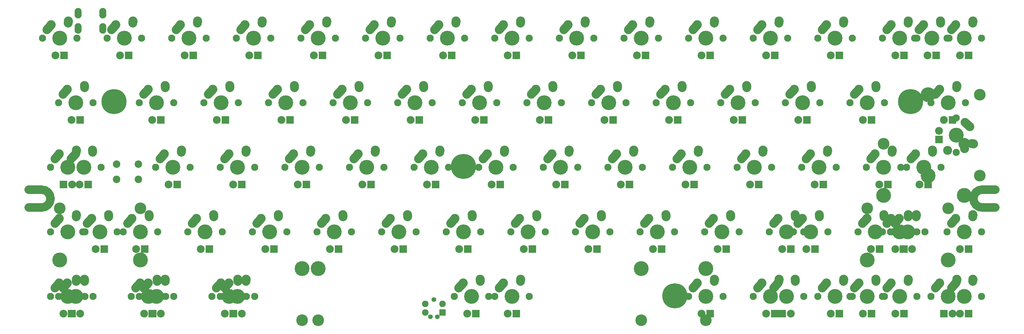
<source format=gts>
%TF.GenerationSoftware,KiCad,Pcbnew,4.0.7*%
%TF.CreationDate,2018-01-29T01:29:02-08:00*%
%TF.ProjectId,VoyagerII,566F796167657249492E6B696361645F,rev?*%
%TF.FileFunction,Soldermask,Top*%
%FSLAX46Y46*%
G04 Gerber Fmt 4.6, Leading zero omitted, Abs format (unit mm)*
G04 Created by KiCad (PCBNEW 4.0.7) date 01/29/18 01:29:02*
%MOMM*%
%LPD*%
G01*
G04 APERTURE LIST*
%ADD10C,0.100000*%
%ADD11C,2.501900*%
%ADD12C,7.401300*%
%ADD13C,7.400240*%
%ADD14C,2.200000*%
%ADD15O,2.100000X3.100000*%
%ADD16C,1.388060*%
%ADD17C,1.385520*%
%ADD18C,1.924000*%
%ADD19R,1.924000X1.924000*%
%ADD20C,2.650000*%
%ADD21C,2.650000*%
%ADD22C,4.387800*%
%ADD23C,2.101800*%
%ADD24C,3.448000*%
%ADD25C,2.305000*%
%ADD26R,2.305000X2.305000*%
G04 APERTURE END LIST*
D10*
D11*
X329200000Y-101799050D02*
X333000000Y-101799050D01*
X326549050Y-104450000D02*
G75*
G02X329200000Y-101799050I2650950J0D01*
G01*
X329200000Y-107100950D02*
G75*
G02X326549050Y-104450000I0J2650950D01*
G01*
X329200000Y-107100950D02*
X333050000Y-107100950D01*
X48000000Y-101799050D02*
X51800000Y-101799050D01*
X54450950Y-104450000D02*
G75*
G03X51800000Y-101799050I-2650950J0D01*
G01*
X51800000Y-107100950D02*
G75*
G03X54450950Y-104450000I0J2650950D01*
G01*
X48000000Y-107100950D02*
X51800000Y-107100950D01*
D12*
X73200000Y-75850000D03*
D13*
X176200000Y-94950000D03*
X238500000Y-133150000D03*
X308050000Y-75850000D03*
D14*
X73900000Y-94270000D03*
X80400000Y-98770000D03*
X73900000Y-98770000D03*
X80400000Y-94270000D03*
D15*
X62550000Y-54252250D03*
X69850000Y-54252250D03*
X69850000Y-49752250D03*
X62550000Y-49752250D03*
D16*
X167513000Y-134239000D03*
D17*
X166497000Y-139319000D03*
X168529000Y-139319000D03*
D18*
X170053000Y-135509000D03*
X164973000Y-135509000D03*
D19*
X170053000Y-138049000D03*
D18*
X164973000Y-138049000D03*
D20*
X250150000Y-52650000D02*
X250190000Y-52070000D01*
D21*
X250190000Y-52070000D03*
D20*
X243840000Y-54610000D02*
X245150000Y-53150000D01*
D22*
X247650000Y-57150000D03*
D21*
X245150000Y-53150000D03*
D23*
X242570000Y-57150000D03*
X252730000Y-57150000D03*
D20*
X78700000Y-52650000D02*
X78740000Y-52070000D01*
D21*
X78740000Y-52070000D03*
D20*
X72390000Y-54610000D02*
X73700000Y-53150000D01*
D22*
X76200000Y-57150000D03*
D21*
X73700000Y-53150000D03*
D23*
X71120000Y-57150000D03*
X81280000Y-57150000D03*
D20*
X97750000Y-52650000D02*
X97790000Y-52070000D01*
D21*
X97790000Y-52070000D03*
D20*
X91440000Y-54610000D02*
X92750000Y-53150000D01*
D22*
X95250000Y-57150000D03*
D21*
X92750000Y-53150000D03*
D23*
X90170000Y-57150000D03*
X100330000Y-57150000D03*
D20*
X116800000Y-52650000D02*
X116840000Y-52070000D01*
D21*
X116840000Y-52070000D03*
D20*
X110490000Y-54610000D02*
X111800000Y-53150000D01*
D22*
X114300000Y-57150000D03*
D21*
X111800000Y-53150000D03*
D23*
X109220000Y-57150000D03*
X119380000Y-57150000D03*
D20*
X135850000Y-52650000D02*
X135890000Y-52070000D01*
D21*
X135890000Y-52070000D03*
D20*
X129540000Y-54610000D02*
X130850000Y-53150000D01*
D22*
X133350000Y-57150000D03*
D21*
X130850000Y-53150000D03*
D23*
X128270000Y-57150000D03*
X138430000Y-57150000D03*
D20*
X154900000Y-52650000D02*
X154940000Y-52070000D01*
D21*
X154940000Y-52070000D03*
D20*
X148590000Y-54610000D02*
X149900000Y-53150000D01*
D22*
X152400000Y-57150000D03*
D21*
X149900000Y-53150000D03*
D23*
X147320000Y-57150000D03*
X157480000Y-57150000D03*
D20*
X173950000Y-52650000D02*
X173990000Y-52070000D01*
D21*
X173990000Y-52070000D03*
D20*
X167640000Y-54610000D02*
X168950000Y-53150000D01*
D22*
X171450000Y-57150000D03*
D21*
X168950000Y-53150000D03*
D23*
X166370000Y-57150000D03*
X176530000Y-57150000D03*
D20*
X193000000Y-52650000D02*
X193040000Y-52070000D01*
D21*
X193040000Y-52070000D03*
D20*
X186690000Y-54610000D02*
X188000000Y-53150000D01*
D22*
X190500000Y-57150000D03*
D21*
X188000000Y-53150000D03*
D23*
X185420000Y-57150000D03*
X195580000Y-57150000D03*
D20*
X212050000Y-52650000D02*
X212090000Y-52070000D01*
D21*
X212090000Y-52070000D03*
D20*
X205740000Y-54610000D02*
X207050000Y-53150000D01*
D22*
X209550000Y-57150000D03*
D21*
X207050000Y-53150000D03*
D23*
X204470000Y-57150000D03*
X214630000Y-57150000D03*
D20*
X231100000Y-52650000D02*
X231140000Y-52070000D01*
D21*
X231140000Y-52070000D03*
D20*
X224790000Y-54610000D02*
X226100000Y-53150000D01*
D22*
X228600000Y-57150000D03*
D21*
X226100000Y-53150000D03*
D23*
X223520000Y-57150000D03*
X233680000Y-57150000D03*
D20*
X283487500Y-90750000D02*
X283527500Y-90170000D01*
D21*
X283527500Y-90170000D03*
D20*
X277177500Y-92710000D02*
X278487500Y-91250000D01*
D22*
X280987500Y-95250000D03*
D21*
X278487500Y-91250000D03*
D23*
X275907500Y-95250000D03*
X286067500Y-95250000D03*
D20*
X235862500Y-109800000D02*
X235902500Y-109220000D01*
D21*
X235902500Y-109220000D03*
D20*
X229552500Y-111760000D02*
X230862500Y-110300000D01*
D22*
X233362500Y-114300000D03*
D21*
X230862500Y-110300000D03*
D23*
X228282500Y-114300000D03*
X238442500Y-114300000D03*
D20*
X269200000Y-52650000D02*
X269240000Y-52070000D01*
D21*
X269240000Y-52070000D03*
D20*
X262890000Y-54610000D02*
X264200000Y-53150000D01*
D22*
X266700000Y-57150000D03*
D21*
X264200000Y-53150000D03*
D23*
X261620000Y-57150000D03*
X271780000Y-57150000D03*
D20*
X254912500Y-109800000D02*
X254952500Y-109220000D01*
D21*
X254952500Y-109220000D03*
D20*
X248602500Y-111760000D02*
X249912500Y-110300000D01*
D22*
X252412500Y-114300000D03*
D21*
X249912500Y-110300000D03*
D23*
X247332500Y-114300000D03*
X257492500Y-114300000D03*
D20*
X264437500Y-90750000D02*
X264477500Y-90170000D01*
D21*
X264477500Y-90170000D03*
D20*
X258127500Y-92710000D02*
X259437500Y-91250000D01*
D22*
X261937500Y-95250000D03*
D21*
X259437500Y-91250000D03*
D23*
X256857500Y-95250000D03*
X267017500Y-95250000D03*
D20*
X288250000Y-52650000D02*
X288290000Y-52070000D01*
D21*
X288290000Y-52070000D03*
D20*
X281940000Y-54610000D02*
X283250000Y-53150000D01*
D22*
X285750000Y-57150000D03*
D21*
X283250000Y-53150000D03*
D23*
X280670000Y-57150000D03*
X290830000Y-57150000D03*
D20*
X92987500Y-90750000D02*
X93027500Y-90170000D01*
D21*
X93027500Y-90170000D03*
D20*
X86677500Y-92710000D02*
X87987500Y-91250000D01*
D22*
X90487500Y-95250000D03*
D21*
X87987500Y-91250000D03*
D23*
X85407500Y-95250000D03*
X95567500Y-95250000D03*
D20*
X178712500Y-109800000D02*
X178752500Y-109220000D01*
D21*
X178752500Y-109220000D03*
D20*
X172402500Y-111760000D02*
X173712500Y-110300000D01*
D22*
X176212500Y-114300000D03*
D21*
X173712500Y-110300000D03*
D23*
X171132500Y-114300000D03*
X181292500Y-114300000D03*
D20*
X316825000Y-52650000D02*
X316865000Y-52070000D01*
D21*
X316865000Y-52070000D03*
D20*
X310515000Y-54610000D02*
X311825000Y-53150000D01*
D22*
X314325000Y-57150000D03*
D21*
X311825000Y-53150000D03*
D23*
X309245000Y-57150000D03*
X319405000Y-57150000D03*
D20*
X326350000Y-52650000D02*
X326390000Y-52070000D01*
D21*
X326390000Y-52070000D03*
D20*
X320040000Y-54610000D02*
X321350000Y-53150000D01*
D22*
X323850000Y-57150000D03*
D21*
X321350000Y-53150000D03*
D23*
X318770000Y-57150000D03*
X328930000Y-57150000D03*
D20*
X140612500Y-109800000D02*
X140652500Y-109220000D01*
D21*
X140652500Y-109220000D03*
D20*
X134302500Y-111760000D02*
X135612500Y-110300000D01*
D22*
X138112500Y-114300000D03*
D21*
X135612500Y-110300000D03*
D23*
X133032500Y-114300000D03*
X143192500Y-114300000D03*
D20*
X66793750Y-90750000D02*
X66833750Y-90170000D01*
D21*
X66833750Y-90170000D03*
D20*
X60483750Y-92710000D02*
X61793750Y-91250000D01*
D22*
X64293750Y-95250000D03*
D21*
X61793750Y-91250000D03*
D23*
X59213750Y-95250000D03*
X69373750Y-95250000D03*
D20*
X62031250Y-90750000D02*
X62071250Y-90170000D01*
D21*
X62071250Y-90170000D03*
D20*
X55721250Y-92710000D02*
X57031250Y-91250000D01*
D22*
X59531250Y-95250000D03*
D21*
X57031250Y-91250000D03*
D23*
X54451250Y-95250000D03*
X64611250Y-95250000D03*
D20*
X131087500Y-90750000D02*
X131127500Y-90170000D01*
D21*
X131127500Y-90170000D03*
D20*
X124777500Y-92710000D02*
X126087500Y-91250000D01*
D22*
X128587500Y-95250000D03*
D21*
X126087500Y-91250000D03*
D23*
X123507500Y-95250000D03*
X133667500Y-95250000D03*
D20*
X307300000Y-52650000D02*
X307340000Y-52070000D01*
D21*
X307340000Y-52070000D03*
D20*
X300990000Y-54610000D02*
X302300000Y-53150000D01*
D22*
X304800000Y-57150000D03*
D21*
X302300000Y-53150000D03*
D23*
X299720000Y-57150000D03*
X309880000Y-57150000D03*
D20*
X126325000Y-71700000D02*
X126365000Y-71120000D01*
D21*
X126365000Y-71120000D03*
D20*
X120015000Y-73660000D02*
X121325000Y-72200000D01*
D22*
X123825000Y-76200000D03*
D21*
X121325000Y-72200000D03*
D23*
X118745000Y-76200000D03*
X128905000Y-76200000D03*
D20*
X314443750Y-90750000D02*
X314483750Y-90170000D01*
D21*
X314483750Y-90170000D03*
D20*
X308133750Y-92710000D02*
X309443750Y-91250000D01*
D22*
X311943750Y-95250000D03*
D21*
X309443750Y-91250000D03*
D23*
X306863750Y-95250000D03*
X317023750Y-95250000D03*
D24*
X300037500Y-88265000D03*
X323850000Y-88265000D03*
D22*
X300037500Y-103505000D03*
X323850000Y-103505000D03*
D20*
X325968750Y-88225000D02*
X326548750Y-88264998D01*
D21*
X326548750Y-88265000D03*
D20*
X324008750Y-81915000D02*
X325468758Y-83224990D01*
D22*
X321468750Y-85725000D03*
D21*
X325468750Y-83225000D03*
D23*
X321468750Y-80645000D03*
X321468750Y-90805000D03*
D21*
X323968750Y-89725000D03*
X318968750Y-90225000D03*
D24*
X328453750Y-97631250D03*
X328453750Y-73818750D03*
D22*
X313213750Y-97631250D03*
X313213750Y-73818750D03*
D20*
X59650000Y-52650000D02*
X59690000Y-52070000D01*
D21*
X59690000Y-52070000D03*
D20*
X53340000Y-54610000D02*
X54650000Y-53150000D01*
D22*
X57150000Y-57150000D03*
D21*
X54650000Y-53150000D03*
D23*
X52070000Y-57150000D03*
X62230000Y-57150000D03*
D20*
X150137500Y-90750000D02*
X150177500Y-90170000D01*
D21*
X150177500Y-90170000D03*
D20*
X143827500Y-92710000D02*
X145137500Y-91250000D01*
D22*
X147637500Y-95250000D03*
D21*
X145137500Y-91250000D03*
D23*
X142557500Y-95250000D03*
X152717500Y-95250000D03*
D20*
X169187500Y-90750000D02*
X169227500Y-90170000D01*
D21*
X169227500Y-90170000D03*
D20*
X162877500Y-92710000D02*
X164187500Y-91250000D01*
D22*
X166687500Y-95250000D03*
D21*
X164187500Y-91250000D03*
D23*
X161607500Y-95250000D03*
X171767500Y-95250000D03*
D20*
X188237500Y-90750000D02*
X188277500Y-90170000D01*
D21*
X188277500Y-90170000D03*
D20*
X181927500Y-92710000D02*
X183237500Y-91250000D01*
D22*
X185737500Y-95250000D03*
D21*
X183237500Y-91250000D03*
D23*
X180657500Y-95250000D03*
X190817500Y-95250000D03*
D20*
X221575000Y-71700000D02*
X221615000Y-71120000D01*
D21*
X221615000Y-71120000D03*
D20*
X215265000Y-73660000D02*
X216575000Y-72200000D01*
D22*
X219075000Y-76200000D03*
D21*
X216575000Y-72200000D03*
D23*
X213995000Y-76200000D03*
X224155000Y-76200000D03*
D20*
X83462500Y-109800000D02*
X83502500Y-109220000D01*
D21*
X83502500Y-109220000D03*
D20*
X77152500Y-111760000D02*
X78462500Y-110300000D01*
D22*
X80962500Y-114300000D03*
D21*
X78462500Y-110300000D03*
D23*
X75882500Y-114300000D03*
X86042500Y-114300000D03*
D20*
X302537500Y-90750000D02*
X302577500Y-90170000D01*
D21*
X302577500Y-90170000D03*
D20*
X296227500Y-92710000D02*
X297537500Y-91250000D01*
D22*
X300037500Y-95250000D03*
D21*
X297537500Y-91250000D03*
D23*
X294957500Y-95250000D03*
X305117500Y-95250000D03*
D20*
X207287500Y-90750000D02*
X207327500Y-90170000D01*
D21*
X207327500Y-90170000D03*
D20*
X200977500Y-92710000D02*
X202287500Y-91250000D01*
D22*
X204787500Y-95250000D03*
D21*
X202287500Y-91250000D03*
D23*
X199707500Y-95250000D03*
X209867500Y-95250000D03*
D20*
X226337500Y-90750000D02*
X226377500Y-90170000D01*
D21*
X226377500Y-90170000D03*
D20*
X220027500Y-92710000D02*
X221337500Y-91250000D01*
D22*
X223837500Y-95250000D03*
D21*
X221337500Y-91250000D03*
D23*
X218757500Y-95250000D03*
X228917500Y-95250000D03*
D20*
X245387500Y-90750000D02*
X245427500Y-90170000D01*
D21*
X245427500Y-90170000D03*
D20*
X239077500Y-92710000D02*
X240387500Y-91250000D01*
D22*
X242887500Y-95250000D03*
D21*
X240387500Y-91250000D03*
D23*
X237807500Y-95250000D03*
X247967500Y-95250000D03*
D20*
X216812500Y-109800000D02*
X216852500Y-109220000D01*
D21*
X216852500Y-109220000D03*
D20*
X210502500Y-111760000D02*
X211812500Y-110300000D01*
D22*
X214312500Y-114300000D03*
D21*
X211812500Y-110300000D03*
D23*
X209232500Y-114300000D03*
X219392500Y-114300000D03*
D20*
X197762500Y-109800000D02*
X197802500Y-109220000D01*
D21*
X197802500Y-109220000D03*
D20*
X191452500Y-111760000D02*
X192762500Y-110300000D01*
D22*
X195262500Y-114300000D03*
D21*
X192762500Y-110300000D03*
D23*
X190182500Y-114300000D03*
X200342500Y-114300000D03*
D20*
X240625000Y-71700000D02*
X240665000Y-71120000D01*
D21*
X240665000Y-71120000D03*
D20*
X234315000Y-73660000D02*
X235625000Y-72200000D01*
D22*
X238125000Y-76200000D03*
D21*
X235625000Y-72200000D03*
D23*
X233045000Y-76200000D03*
X243205000Y-76200000D03*
D20*
X259675000Y-71700000D02*
X259715000Y-71120000D01*
D21*
X259715000Y-71120000D03*
D20*
X253365000Y-73660000D02*
X254675000Y-72200000D01*
D22*
X257175000Y-76200000D03*
D21*
X254675000Y-72200000D03*
D23*
X252095000Y-76200000D03*
X262255000Y-76200000D03*
D20*
X88225000Y-71700000D02*
X88265000Y-71120000D01*
D21*
X88265000Y-71120000D03*
D20*
X81915000Y-73660000D02*
X83225000Y-72200000D01*
D22*
X85725000Y-76200000D03*
D21*
X83225000Y-72200000D03*
D23*
X80645000Y-76200000D03*
X90805000Y-76200000D03*
D20*
X145375000Y-71700000D02*
X145415000Y-71120000D01*
D21*
X145415000Y-71120000D03*
D20*
X139065000Y-73660000D02*
X140375000Y-72200000D01*
D22*
X142875000Y-76200000D03*
D21*
X140375000Y-72200000D03*
D23*
X137795000Y-76200000D03*
X147955000Y-76200000D03*
D20*
X112037500Y-90750000D02*
X112077500Y-90170000D01*
D21*
X112077500Y-90170000D03*
D20*
X105727500Y-92710000D02*
X107037500Y-91250000D01*
D22*
X109537500Y-95250000D03*
D21*
X107037500Y-91250000D03*
D23*
X104457500Y-95250000D03*
X114617500Y-95250000D03*
D20*
X71556250Y-109800000D02*
X71596250Y-109220000D01*
D21*
X71596250Y-109220000D03*
D20*
X65246250Y-111760000D02*
X66556250Y-110300000D01*
D22*
X69056250Y-114300000D03*
D21*
X66556250Y-110300000D03*
D23*
X63976250Y-114300000D03*
X74136250Y-114300000D03*
D24*
X57150000Y-107315000D03*
X80962500Y-107315000D03*
D22*
X57150000Y-122555000D03*
X80962500Y-122555000D03*
D20*
X62031250Y-109800000D02*
X62071250Y-109220000D01*
D21*
X62071250Y-109220000D03*
D20*
X55721250Y-111760000D02*
X57031250Y-110300000D01*
D22*
X59531250Y-114300000D03*
D21*
X57031250Y-110300000D03*
D23*
X54451250Y-114300000D03*
X64611250Y-114300000D03*
D20*
X164425000Y-71700000D02*
X164465000Y-71120000D01*
D21*
X164465000Y-71120000D03*
D20*
X158115000Y-73660000D02*
X159425000Y-72200000D01*
D22*
X161925000Y-76200000D03*
D21*
X159425000Y-72200000D03*
D23*
X156845000Y-76200000D03*
X167005000Y-76200000D03*
D20*
X64412500Y-71700000D02*
X64452500Y-71120000D01*
D21*
X64452500Y-71120000D03*
D20*
X58102500Y-73660000D02*
X59412500Y-72200000D01*
D22*
X61912500Y-76200000D03*
D21*
X59412500Y-72200000D03*
D23*
X56832500Y-76200000D03*
X66992500Y-76200000D03*
D20*
X202525000Y-71700000D02*
X202565000Y-71120000D01*
D21*
X202565000Y-71120000D03*
D20*
X196215000Y-73660000D02*
X197525000Y-72200000D01*
D22*
X200025000Y-76200000D03*
D21*
X197525000Y-72200000D03*
D23*
X194945000Y-76200000D03*
X205105000Y-76200000D03*
D20*
X159662500Y-109800000D02*
X159702500Y-109220000D01*
D21*
X159702500Y-109220000D03*
D20*
X153352500Y-111760000D02*
X154662500Y-110300000D01*
D22*
X157162500Y-114300000D03*
D21*
X154662500Y-110300000D03*
D23*
X152082500Y-114300000D03*
X162242500Y-114300000D03*
D20*
X107275000Y-71700000D02*
X107315000Y-71120000D01*
D21*
X107315000Y-71120000D03*
D20*
X100965000Y-73660000D02*
X102275000Y-72200000D01*
D22*
X104775000Y-76200000D03*
D21*
X102275000Y-72200000D03*
D23*
X99695000Y-76200000D03*
X109855000Y-76200000D03*
D20*
X121562500Y-109800000D02*
X121602500Y-109220000D01*
D21*
X121602500Y-109220000D03*
D20*
X115252500Y-111760000D02*
X116562500Y-110300000D01*
D22*
X119062500Y-114300000D03*
D21*
X116562500Y-110300000D03*
D23*
X113982500Y-114300000D03*
X124142500Y-114300000D03*
D20*
X183475000Y-71700000D02*
X183515000Y-71120000D01*
D21*
X183515000Y-71120000D03*
D20*
X177165000Y-73660000D02*
X178475000Y-72200000D01*
D22*
X180975000Y-76200000D03*
D21*
X178475000Y-72200000D03*
D23*
X175895000Y-76200000D03*
X186055000Y-76200000D03*
D20*
X102512500Y-109800000D02*
X102552500Y-109220000D01*
D21*
X102552500Y-109220000D03*
D20*
X96202500Y-111760000D02*
X97512500Y-110300000D01*
D22*
X100012500Y-114300000D03*
D21*
X97512500Y-110300000D03*
D23*
X94932500Y-114300000D03*
X105092500Y-114300000D03*
D20*
X278725000Y-71700000D02*
X278765000Y-71120000D01*
D21*
X278765000Y-71120000D03*
D20*
X272415000Y-73660000D02*
X273725000Y-72200000D01*
D22*
X276225000Y-76200000D03*
D21*
X273725000Y-72200000D03*
D23*
X271145000Y-76200000D03*
X281305000Y-76200000D03*
D20*
X321587500Y-71700000D02*
X321627500Y-71120000D01*
D21*
X321627500Y-71120000D03*
D20*
X315277500Y-73660000D02*
X316587500Y-72200000D01*
D22*
X319087500Y-76200000D03*
D21*
X316587500Y-72200000D03*
D23*
X314007500Y-76200000D03*
X324167500Y-76200000D03*
D20*
X297775000Y-71700000D02*
X297815000Y-71120000D01*
D21*
X297815000Y-71120000D03*
D20*
X291465000Y-73660000D02*
X292775000Y-72200000D01*
D22*
X295275000Y-76200000D03*
D21*
X292775000Y-72200000D03*
D23*
X290195000Y-76200000D03*
X300355000Y-76200000D03*
D20*
X62031250Y-128850000D02*
X62071250Y-128270000D01*
D21*
X62071250Y-128270000D03*
D20*
X55721250Y-130810000D02*
X57031250Y-129350000D01*
D22*
X59531250Y-133350000D03*
D21*
X57031250Y-129350000D03*
D23*
X54451250Y-133350000D03*
X64611250Y-133350000D03*
D20*
X64412500Y-128850000D02*
X64452500Y-128270000D01*
D21*
X64452500Y-128270000D03*
D20*
X58102500Y-130810000D02*
X59412500Y-129350000D01*
D22*
X61912500Y-133350000D03*
D21*
X59412500Y-129350000D03*
D23*
X56832500Y-133350000D03*
X66992500Y-133350000D03*
D20*
X85843750Y-128850000D02*
X85883750Y-128270000D01*
D21*
X85883750Y-128270000D03*
D20*
X79533750Y-130810000D02*
X80843750Y-129350000D01*
D22*
X83343750Y-133350000D03*
D21*
X80843750Y-129350000D03*
D23*
X78263750Y-133350000D03*
X88423750Y-133350000D03*
D20*
X88225000Y-128850000D02*
X88265000Y-128270000D01*
D21*
X88265000Y-128270000D03*
D20*
X81915000Y-130810000D02*
X83225000Y-129350000D01*
D22*
X85725000Y-133350000D03*
D21*
X83225000Y-129350000D03*
D23*
X80645000Y-133350000D03*
X90805000Y-133350000D03*
D20*
X109656250Y-128850000D02*
X109696250Y-128270000D01*
D21*
X109696250Y-128270000D03*
D20*
X103346250Y-130810000D02*
X104656250Y-129350000D01*
D22*
X107156250Y-133350000D03*
D21*
X104656250Y-129350000D03*
D23*
X102076250Y-133350000D03*
X112236250Y-133350000D03*
D20*
X112037500Y-128850000D02*
X112077500Y-128270000D01*
D21*
X112077500Y-128270000D03*
D20*
X105727500Y-130810000D02*
X107037500Y-129350000D01*
D22*
X109537500Y-133350000D03*
D21*
X107037500Y-129350000D03*
D23*
X104457500Y-133350000D03*
X114617500Y-133350000D03*
D20*
X250150000Y-128850000D02*
X250190000Y-128270000D01*
D21*
X250190000Y-128270000D03*
D20*
X243840000Y-130810000D02*
X245150000Y-129350000D01*
D22*
X247650000Y-133350000D03*
D21*
X245150000Y-129350000D03*
D23*
X242570000Y-133350000D03*
X252730000Y-133350000D03*
D20*
X269200000Y-128850000D02*
X269240000Y-128270000D01*
D21*
X269240000Y-128270000D03*
D20*
X262890000Y-130810000D02*
X264200000Y-129350000D01*
D22*
X266700000Y-133350000D03*
D21*
X264200000Y-129350000D03*
D23*
X261620000Y-133350000D03*
X271780000Y-133350000D03*
D20*
X273962500Y-128850000D02*
X274002500Y-128270000D01*
D21*
X274002500Y-128270000D03*
D20*
X267652500Y-130810000D02*
X268962500Y-129350000D01*
D22*
X271462500Y-133350000D03*
D21*
X268962500Y-129350000D03*
D23*
X266382500Y-133350000D03*
X276542500Y-133350000D03*
D20*
X288250000Y-128850000D02*
X288290000Y-128270000D01*
D21*
X288290000Y-128270000D03*
D20*
X281940000Y-130810000D02*
X283250000Y-129350000D01*
D22*
X285750000Y-133350000D03*
D21*
X283250000Y-129350000D03*
D23*
X280670000Y-133350000D03*
X290830000Y-133350000D03*
D20*
X297775000Y-128850000D02*
X297815000Y-128270000D01*
D21*
X297815000Y-128270000D03*
D20*
X291465000Y-130810000D02*
X292775000Y-129350000D01*
D22*
X295275000Y-133350000D03*
D21*
X292775000Y-129350000D03*
D23*
X290195000Y-133350000D03*
X300355000Y-133350000D03*
D20*
X307300000Y-128850000D02*
X307340000Y-128270000D01*
D21*
X307340000Y-128270000D03*
D20*
X300990000Y-130810000D02*
X302300000Y-129350000D01*
D22*
X304800000Y-133350000D03*
D21*
X302300000Y-129350000D03*
D23*
X299720000Y-133350000D03*
X309880000Y-133350000D03*
D20*
X321587500Y-128850000D02*
X321627500Y-128270000D01*
D21*
X321627500Y-128270000D03*
D20*
X315277500Y-130810000D02*
X316587500Y-129350000D01*
D22*
X319087500Y-133350000D03*
D21*
X316587500Y-129350000D03*
D23*
X314007500Y-133350000D03*
X324167500Y-133350000D03*
D20*
X326350000Y-128850000D02*
X326390000Y-128270000D01*
D21*
X326390000Y-128270000D03*
D20*
X320040000Y-130810000D02*
X321350000Y-129350000D01*
D22*
X323850000Y-133350000D03*
D21*
X321350000Y-129350000D03*
D23*
X318770000Y-133350000D03*
X328930000Y-133350000D03*
D20*
X273962500Y-109800000D02*
X274002500Y-109220000D01*
D21*
X274002500Y-109220000D03*
D20*
X267652500Y-111760000D02*
X268962500Y-110300000D01*
D22*
X271462500Y-114300000D03*
D21*
X268962500Y-110300000D03*
D23*
X266382500Y-114300000D03*
X276542500Y-114300000D03*
D20*
X309681250Y-109800000D02*
X309721250Y-109220000D01*
D21*
X309721250Y-109220000D03*
D20*
X303371250Y-111760000D02*
X304681250Y-110300000D01*
D22*
X307181250Y-114300000D03*
D21*
X304681250Y-110300000D03*
D23*
X302101250Y-114300000D03*
X312261250Y-114300000D03*
D24*
X295275000Y-107315000D03*
X319087500Y-107315000D03*
D22*
X295275000Y-122555000D03*
X319087500Y-122555000D03*
D20*
X281106250Y-109800000D02*
X281146250Y-109220000D01*
D21*
X281146250Y-109220000D03*
D20*
X274796250Y-111760000D02*
X276106250Y-110300000D01*
D22*
X278606250Y-114300000D03*
D21*
X276106250Y-110300000D03*
D23*
X273526250Y-114300000D03*
X283686250Y-114300000D03*
D20*
X300156250Y-109800000D02*
X300196250Y-109220000D01*
D21*
X300196250Y-109220000D03*
D20*
X293846250Y-111760000D02*
X295156250Y-110300000D01*
D22*
X297656250Y-114300000D03*
D21*
X295156250Y-110300000D03*
D23*
X292576250Y-114300000D03*
X302736250Y-114300000D03*
D20*
X307300000Y-109800000D02*
X307340000Y-109220000D01*
D21*
X307340000Y-109220000D03*
D20*
X300990000Y-111760000D02*
X302300000Y-110300000D01*
D22*
X304800000Y-114300000D03*
D21*
X302300000Y-110300000D03*
D23*
X299720000Y-114300000D03*
X309880000Y-114300000D03*
D20*
X326350000Y-109800000D02*
X326390000Y-109220000D01*
D21*
X326390000Y-109220000D03*
D20*
X320040000Y-111760000D02*
X321350000Y-110300000D01*
D22*
X323850000Y-114300000D03*
D21*
X321350000Y-110300000D03*
D23*
X318770000Y-114300000D03*
X328930000Y-114300000D03*
D20*
X181093750Y-128850000D02*
X181133750Y-128270000D01*
D21*
X181133750Y-128270000D03*
D20*
X174783750Y-130810000D02*
X176093750Y-129350000D01*
D22*
X178593750Y-133350000D03*
D21*
X176093750Y-129350000D03*
D23*
X173513750Y-133350000D03*
X183673750Y-133350000D03*
D24*
X128593850Y-140335000D03*
X228593650Y-140335000D03*
D22*
X128593850Y-125095000D03*
X228593650Y-125095000D03*
D20*
X193000000Y-128850000D02*
X193040000Y-128270000D01*
D21*
X193040000Y-128270000D03*
D20*
X186690000Y-130810000D02*
X188000000Y-129350000D01*
D22*
X190500000Y-133350000D03*
D21*
X188000000Y-129350000D03*
D23*
X185420000Y-133350000D03*
X195580000Y-133350000D03*
D24*
X133350000Y-140335000D03*
X247650000Y-140335000D03*
D22*
X133350000Y-125095000D03*
X247650000Y-125095000D03*
D25*
X55880000Y-62230000D03*
D26*
X58420000Y-62230000D03*
D25*
X74930000Y-62230000D03*
D26*
X77470000Y-62230000D03*
D25*
X93980000Y-62230000D03*
D26*
X96520000Y-62230000D03*
D25*
X113030000Y-62230000D03*
D26*
X115570000Y-62230000D03*
D25*
X132080000Y-62230000D03*
D26*
X134620000Y-62230000D03*
D25*
X151130000Y-62230000D03*
D26*
X153670000Y-62230000D03*
D25*
X170180000Y-62230000D03*
D26*
X172720000Y-62230000D03*
D25*
X189230000Y-62230000D03*
D26*
X191770000Y-62230000D03*
D25*
X208280000Y-62230000D03*
D26*
X210820000Y-62230000D03*
D25*
X227330000Y-62230000D03*
D26*
X229870000Y-62230000D03*
D25*
X246380000Y-62230000D03*
D26*
X248920000Y-62230000D03*
D25*
X265430000Y-62230000D03*
D26*
X267970000Y-62230000D03*
D25*
X284480000Y-62230000D03*
D26*
X287020000Y-62230000D03*
D25*
X303530000Y-62230000D03*
D26*
X306070000Y-62230000D03*
D25*
X313055000Y-62230000D03*
D26*
X315595000Y-62230000D03*
D25*
X60642500Y-81280000D03*
D26*
X63182500Y-81280000D03*
D25*
X84455000Y-81280000D03*
D26*
X86995000Y-81280000D03*
D25*
X103505000Y-81280000D03*
D26*
X106045000Y-81280000D03*
D25*
X122555000Y-81280000D03*
D26*
X125095000Y-81280000D03*
D25*
X141605000Y-81280000D03*
D26*
X144145000Y-81280000D03*
D25*
X160655000Y-81280000D03*
D26*
X163195000Y-81280000D03*
D25*
X179705000Y-81280000D03*
D26*
X182245000Y-81280000D03*
D25*
X198755000Y-81280000D03*
D26*
X201295000Y-81280000D03*
D25*
X217805000Y-81280000D03*
D26*
X220345000Y-81280000D03*
D25*
X236855000Y-81280000D03*
D26*
X239395000Y-81280000D03*
D25*
X255905000Y-81280000D03*
D26*
X258445000Y-81280000D03*
D25*
X274955000Y-81280000D03*
D26*
X277495000Y-81280000D03*
D25*
X294005000Y-81280000D03*
D26*
X296545000Y-81280000D03*
D25*
X317817500Y-81280000D03*
D26*
X320357500Y-81280000D03*
D25*
X63023750Y-100330000D03*
D26*
X65563750Y-100330000D03*
D25*
X89217500Y-100330000D03*
D26*
X91757500Y-100330000D03*
D25*
X108267500Y-100330000D03*
D26*
X110807500Y-100330000D03*
D25*
X127317500Y-100330000D03*
D26*
X129857500Y-100330000D03*
D25*
X146367500Y-100330000D03*
D26*
X148907500Y-100330000D03*
D25*
X165417500Y-100330000D03*
D26*
X167957500Y-100330000D03*
D25*
X184467500Y-100330000D03*
D26*
X187007500Y-100330000D03*
D25*
X203517500Y-100330000D03*
D26*
X206057500Y-100330000D03*
D25*
X222567500Y-100330000D03*
D26*
X225107500Y-100330000D03*
D25*
X241617500Y-100330000D03*
D26*
X244157500Y-100330000D03*
D25*
X260667500Y-100330000D03*
D26*
X263207500Y-100330000D03*
D25*
X279717500Y-100330000D03*
D26*
X282257500Y-100330000D03*
D25*
X310673750Y-100330000D03*
D26*
X313213750Y-100330000D03*
D25*
X67786250Y-119380000D03*
D26*
X70326250Y-119380000D03*
D25*
X79692500Y-119380000D03*
D26*
X82232500Y-119380000D03*
D25*
X98742500Y-119380000D03*
D26*
X101282500Y-119380000D03*
D25*
X117792500Y-119380000D03*
D26*
X120332500Y-119380000D03*
D25*
X136842500Y-119380000D03*
D26*
X139382500Y-119380000D03*
D25*
X155892500Y-119380000D03*
D26*
X158432500Y-119380000D03*
D25*
X174942500Y-119380000D03*
D26*
X177482500Y-119380000D03*
D25*
X193992500Y-119380000D03*
D26*
X196532500Y-119380000D03*
D25*
X213042500Y-119380000D03*
D26*
X215582500Y-119380000D03*
D25*
X232092500Y-119380000D03*
D26*
X234632500Y-119380000D03*
D25*
X251142500Y-119380000D03*
D26*
X253682500Y-119380000D03*
D25*
X270192500Y-119380000D03*
D26*
X272732500Y-119380000D03*
D25*
X296386250Y-119380000D03*
D26*
X298926250Y-119380000D03*
D25*
X322580000Y-119380000D03*
D26*
X325120000Y-119380000D03*
D25*
X58261250Y-138430000D03*
D26*
X60801250Y-138430000D03*
D25*
X82073750Y-138430000D03*
D26*
X84613750Y-138430000D03*
D25*
X105886250Y-138430000D03*
D26*
X108426250Y-138430000D03*
D25*
X177323750Y-138430000D03*
D26*
X179863750Y-138430000D03*
D25*
X246380000Y-138430000D03*
D26*
X248920000Y-138430000D03*
D25*
X265430000Y-138430000D03*
D26*
X267970000Y-138430000D03*
D25*
X284480000Y-138430000D03*
D26*
X287020000Y-138430000D03*
D25*
X303530000Y-138430000D03*
D26*
X306070000Y-138430000D03*
D25*
X322580000Y-138430000D03*
D26*
X325120000Y-138430000D03*
X58261250Y-100330000D03*
D25*
X60801250Y-100330000D03*
D26*
X60642500Y-138430000D03*
D25*
X63182500Y-138430000D03*
D26*
X84455000Y-138430000D03*
D25*
X86995000Y-138430000D03*
D26*
X108267500Y-138430000D03*
D25*
X110807500Y-138430000D03*
X189230000Y-138430000D03*
D26*
X191770000Y-138430000D03*
D25*
X322580000Y-62230000D03*
D26*
X325120000Y-62230000D03*
D25*
X298767500Y-100330000D03*
D26*
X301307500Y-100330000D03*
D25*
X316388750Y-84455000D03*
D26*
X316388750Y-86995000D03*
D25*
X277336250Y-119380000D03*
D26*
X279876250Y-119380000D03*
D25*
X303530000Y-119380000D03*
D26*
X306070000Y-119380000D03*
X305911250Y-119380000D03*
D25*
X308451250Y-119380000D03*
D26*
X270192500Y-138430000D03*
D25*
X272732500Y-138430000D03*
X294005000Y-138430000D03*
D26*
X296545000Y-138430000D03*
X317817500Y-138430000D03*
D25*
X320357500Y-138430000D03*
M02*

</source>
